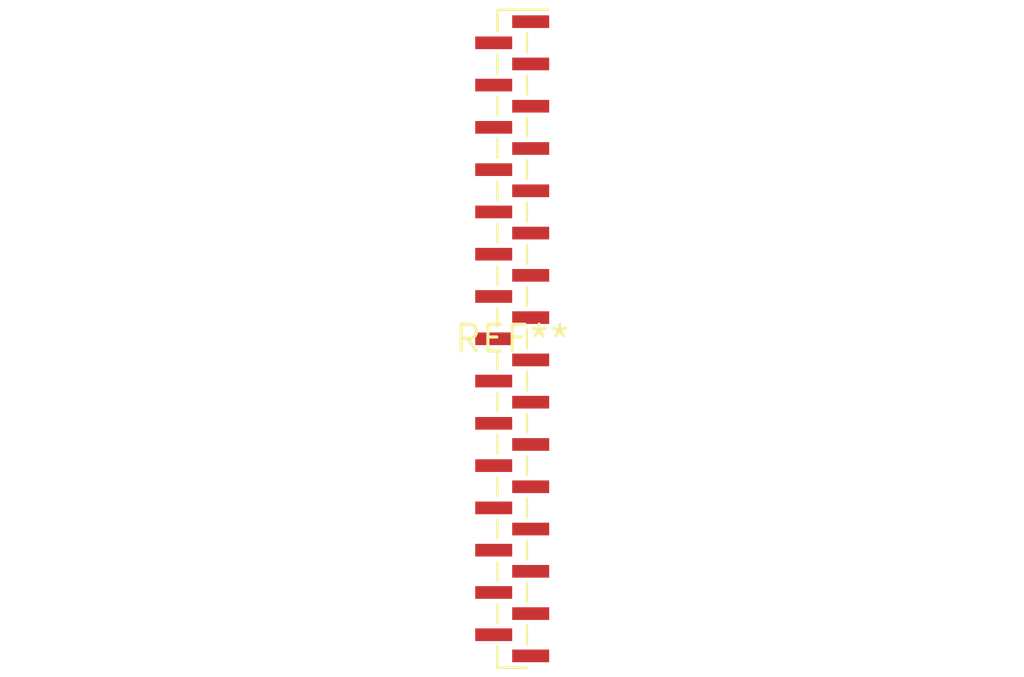
<source format=kicad_pcb>
(kicad_pcb (version 20240108) (generator pcbnew)
  (layers (0 "F.Cu" signal) (31 "B.Cu" signal) (34 "B.Paste" user) (35 "F.Paste" user) (36 "B.SilkS" user "B.Silkscreen") (37 "F.SilkS" user "F.Silkscreen") (38 "B.Mask" user) (39 "F.Mask" user) (44 "Edge.Cuts" user))
  (net 0 "")
  (footprint "PinHeader_1x31_P1.00mm_Vertical_SMD_Pin1Right" (layer "F.Cu") (at 0 0)
    (property "Reference" "REF**")
    (property "Value" "PinHeader_1x31_P1.00mm_Vertical_SMD_Pin1Right")
    (fp_line (start -0.695 -15.56) (end -0.695 -14.56) (layer "F.SilkS") (stroke (width 0.12)))
    (fp_line (start -0.695 -15.56) (end 0.695 -15.56) (layer "F.SilkS") (stroke (width 0.12)))
    (fp_line (start -0.695 -15.44) (end -0.695 -14.56) (layer "F.SilkS") (stroke (width 0.12)))
    (fp_line (start -0.695 -13.44) (end -0.695 -12.56) (layer "F.SilkS") (stroke (width 0.12)))
    (fp_line (start -0.695 -11.44) (end -0.695 -10.56) (layer "F.SilkS") (stroke (width 0.12)))
    (fp_line (start -0.695 -9.44) (end -0.695 -8.56) (layer "F.SilkS") (stroke (width 0.12)))
    (fp_line (start -0.695 -7.44) (end -0.695 -6.56) (layer "F.SilkS") (stroke (width 0.12)))
    (fp_line (start -0.695 -5.44) (end -0.695 -4.56) (layer "F.SilkS") (stroke (width 0.12)))
    (fp_line (start -0.695 -3.44) (end -0.695 -2.56) (layer "F.SilkS") (stroke (width 0.12)))
    (fp_line (start -0.695 -1.44) (end -0.695 -0.56) (layer "F.SilkS") (stroke (width 0.12)))
    (fp_line (start -0.695 0.56) (end -0.695 1.44) (layer "F.SilkS") (stroke (width 0.12)))
    (fp_line (start -0.695 2.56) (end -0.695 3.44) (layer "F.SilkS") (stroke (width 0.12)))
    (fp_line (start -0.695 4.56) (end -0.695 5.44) (layer "F.SilkS") (stroke (width 0.12)))
    (fp_line (start -0.695 6.56) (end -0.695 7.44) (layer "F.SilkS") (stroke (width 0.12)))
    (fp_line (start -0.695 8.56) (end -0.695 9.44) (layer "F.SilkS") (stroke (width 0.12)))
    (fp_line (start -0.695 10.56) (end -0.695 11.44) (layer "F.SilkS") (stroke (width 0.12)))
    (fp_line (start -0.695 12.56) (end -0.695 13.44) (layer "F.SilkS") (stroke (width 0.12)))
    (fp_line (start -0.695 14.56) (end -0.695 15.56) (layer "F.SilkS") (stroke (width 0.12)))
    (fp_line (start -0.695 15.56) (end -0.695 15.56) (layer "F.SilkS") (stroke (width 0.12)))
    (fp_line (start -0.695 15.56) (end 0.695 15.56) (layer "F.SilkS") (stroke (width 0.12)))
    (fp_line (start 0.695 -15.56) (end 0.695 -15.56) (layer "F.SilkS") (stroke (width 0.12)))
    (fp_line (start 0.695 -15.56) (end 1.69 -15.56) (layer "F.SilkS") (stroke (width 0.12)))
    (fp_line (start 0.695 -14.44) (end 0.695 -13.56) (layer "F.SilkS") (stroke (width 0.12)))
    (fp_line (start 0.695 -12.44) (end 0.695 -11.56) (layer "F.SilkS") (stroke (width 0.12)))
    (fp_line (start 0.695 -10.44) (end 0.695 -9.56) (layer "F.SilkS") (stroke (width 0.12)))
    (fp_line (start 0.695 -8.44) (end 0.695 -7.56) (layer "F.SilkS") (stroke (width 0.12)))
    (fp_line (start 0.695 -6.44) (end 0.695 -5.56) (layer "F.SilkS") (stroke (width 0.12)))
    (fp_line (start 0.695 -4.44) (end 0.695 -3.56) (layer "F.SilkS") (stroke (width 0.12)))
    (fp_line (start 0.695 -2.44) (end 0.695 -1.56) (layer "F.SilkS") (stroke (width 0.12)))
    (fp_line (start 0.695 -0.44) (end 0.695 0.44) (layer "F.SilkS") (stroke (width 0.12)))
    (fp_line (start 0.695 1.56) (end 0.695 2.44) (layer "F.SilkS") (stroke (width 0.12)))
    (fp_line (start 0.695 3.56) (end 0.695 4.44) (layer "F.SilkS") (stroke (width 0.12)))
    (fp_line (start 0.695 5.56) (end 0.695 6.44) (layer "F.SilkS") (stroke (width 0.12)))
    (fp_line (start 0.695 7.56) (end 0.695 8.44) (layer "F.SilkS") (stroke (width 0.12)))
    (fp_line (start 0.695 9.56) (end 0.695 10.44) (layer "F.SilkS") (stroke (width 0.12)))
    (fp_line (start 0.695 11.56) (end 0.695 12.44) (layer "F.SilkS") (stroke (width 0.12)))
    (fp_line (start 0.695 13.56) (end 0.695 14.44) (layer "F.SilkS") (stroke (width 0.12)))
    (pad "1" smd rect (at 0.875 -15) (size 1.75 0.6) (layers "F.Cu" "F.Paste" "F.Mask"))
    (pad "2" smd rect (at -0.875 -14) (size 1.75 0.6) (layers "F.Cu" "F.Paste" "F.Mask"))
    (pad "3" smd rect (at 0.875 -13) (size 1.75 0.6) (layers "F.Cu" "F.Paste" "F.Mask"))
    (pad "4" smd rect (at -0.875 -12) (size 1.75 0.6) (layers "F.Cu" "F.Paste" "F.Mask"))
    (pad "5" smd rect (at 0.875 -11) (size 1.75 0.6) (layers "F.Cu" "F.Paste" "F.Mask"))
    (pad "6" smd rect (at -0.875 -10) (size 1.75 0.6) (layers "F.Cu" "F.Paste" "F.Mask"))
    (pad "7" smd rect (at 0.875 -9) (size 1.75 0.6) (layers "F.Cu" "F.Paste" "F.Mask"))
    (pad "8" smd rect (at -0.875 -8) (size 1.75 0.6) (layers "F.Cu" "F.Paste" "F.Mask"))
    (pad "9" smd rect (at 0.875 -7) (size 1.75 0.6) (layers "F.Cu" "F.Paste" "F.Mask"))
    (pad "10" smd rect (at -0.875 -6) (size 1.75 0.6) (layers "F.Cu" "F.Paste" "F.Mask"))
    (pad "11" smd rect (at 0.875 -5) (size 1.75 0.6) (layers "F.Cu" "F.Paste" "F.Mask"))
    (pad "12" smd rect (at -0.875 -4) (size 1.75 0.6) (layers "F.Cu" "F.Paste" "F.Mask"))
    (pad "13" smd rect (at 0.875 -3) (size 1.75 0.6) (layers "F.Cu" "F.Paste" "F.Mask"))
    (pad "14" smd rect (at -0.875 -2) (size 1.75 0.6) (layers "F.Cu" "F.Paste" "F.Mask"))
    (pad "15" smd rect (at 0.875 -1) (size 1.75 0.6) (layers "F.Cu" "F.Paste" "F.Mask"))
    (pad "16" smd rect (at -0.875 0) (size 1.75 0.6) (layers "F.Cu" "F.Paste" "F.Mask"))
    (pad "17" smd rect (at 0.875 1) (size 1.75 0.6) (layers "F.Cu" "F.Paste" "F.Mask"))
    (pad "18" smd rect (at -0.875 2) (size 1.75 0.6) (layers "F.Cu" "F.Paste" "F.Mask"))
    (pad "19" smd rect (at 0.875 3) (size 1.75 0.6) (layers "F.Cu" "F.Paste" "F.Mask"))
    (pad "20" smd rect (at -0.875 4) (size 1.75 0.6) (layers "F.Cu" "F.Paste" "F.Mask"))
    (pad "21" smd rect (at 0.875 5) (size 1.75 0.6) (layers "F.Cu" "F.Paste" "F.Mask"))
    (pad "22" smd rect (at -0.875 6) (size 1.75 0.6) (layers "F.Cu" "F.Paste" "F.Mask"))
    (pad "23" smd rect (at 0.875 7) (size 1.75 0.6) (layers "F.Cu" "F.Paste" "F.Mask"))
    (pad "24" smd rect (at -0.875 8) (size 1.75 0.6) (layers "F.Cu" "F.Paste" "F.Mask"))
    (pad "25" smd rect (at 0.875 9) (size 1.75 0.6) (layers "F.Cu" "F.Paste" "F.Mask"))
    (pad "26" smd rect (at -0.875 10) (size 1.75 0.6) (layers "F.Cu" "F.Paste" "F.Mask"))
    (pad "27" smd rect (at 0.875 11) (size 1.75 0.6) (layers "F.Cu" "F.Paste" "F.Mask"))
    (pad "28" smd rect (at -0.875 12) (size 1.75 0.6) (layers "F.Cu" "F.Paste" "F.Mask"))
    (pad "29" smd rect (at 0.875 13) (size 1.75 0.6) (layers "F.Cu" "F.Paste" "F.Mask"))
    (pad "30" smd rect (at -0.875 14) (size 1.75 0.6) (layers "F.Cu" "F.Paste" "F.Mask"))
    (pad "31" smd rect (at 0.875 15) (size 1.75 0.6) (layers "F.Cu" "F.Paste" "F.Mask"))
  )
)
</source>
